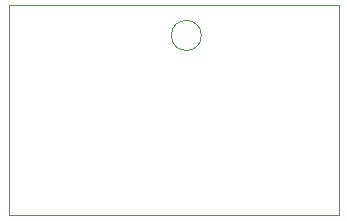
<source format=gbr>
%TF.GenerationSoftware,KiCad,Pcbnew,5.1.6*%
%TF.CreationDate,2020-06-25T18:24:33-05:00*%
%TF.ProjectId,fancontrol,66616e63-6f6e-4747-926f-6c2e6b696361,rev?*%
%TF.SameCoordinates,Original*%
%TF.FileFunction,Profile,NP*%
%FSLAX46Y46*%
G04 Gerber Fmt 4.6, Leading zero omitted, Abs format (unit mm)*
G04 Created by KiCad (PCBNEW 5.1.6) date 2020-06-25 18:24:33*
%MOMM*%
%LPD*%
G01*
G04 APERTURE LIST*
%TA.AperFunction,Profile*%
%ADD10C,0.050000*%
%TD*%
G04 APERTURE END LIST*
D10*
X156020000Y-87630000D02*
G75*
G03*
X156020000Y-87630000I-1270000J0D01*
G01*
X167640000Y-85090000D02*
X139700000Y-85090000D01*
X167640000Y-102870000D02*
X167640000Y-85090000D01*
X166370000Y-102870000D02*
X167640000Y-102870000D01*
X139700000Y-102870000D02*
X166370000Y-102870000D01*
X139700000Y-85090000D02*
X139700000Y-102870000D01*
M02*

</source>
